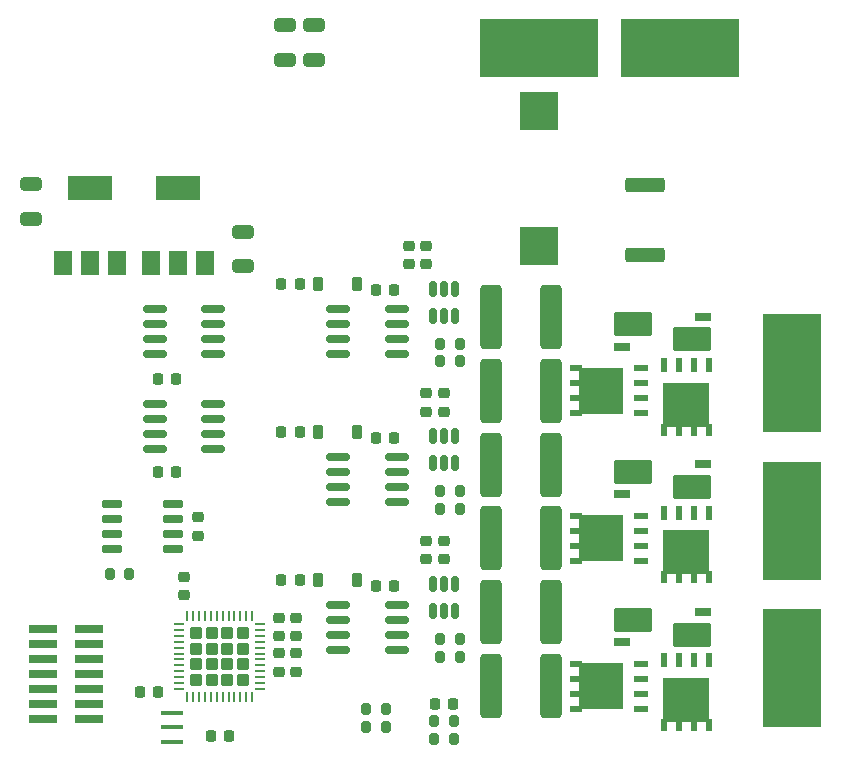
<source format=gbr>
%TF.GenerationSoftware,KiCad,Pcbnew,7.0.5-1.fc38*%
%TF.CreationDate,2023-06-18T19:22:27-04:00*%
%TF.ProjectId,radome_dish_controller,7261646f-6d65-45f6-9469-73685f636f6e,rev?*%
%TF.SameCoordinates,Original*%
%TF.FileFunction,Paste,Top*%
%TF.FilePolarity,Positive*%
%FSLAX46Y46*%
G04 Gerber Fmt 4.6, Leading zero omitted, Abs format (unit mm)*
G04 Created by KiCad (PCBNEW 7.0.5-1.fc38) date 2023-06-18 19:22:27*
%MOMM*%
%LPD*%
G01*
G04 APERTURE LIST*
G04 Aperture macros list*
%AMRoundRect*
0 Rectangle with rounded corners*
0 $1 Rounding radius*
0 $2 $3 $4 $5 $6 $7 $8 $9 X,Y pos of 4 corners*
0 Add a 4 corners polygon primitive as box body*
4,1,4,$2,$3,$4,$5,$6,$7,$8,$9,$2,$3,0*
0 Add four circle primitives for the rounded corners*
1,1,$1+$1,$2,$3*
1,1,$1+$1,$4,$5*
1,1,$1+$1,$6,$7*
1,1,$1+$1,$8,$9*
0 Add four rect primitives between the rounded corners*
20,1,$1+$1,$2,$3,$4,$5,0*
20,1,$1+$1,$4,$5,$6,$7,0*
20,1,$1+$1,$6,$7,$8,$9,0*
20,1,$1+$1,$8,$9,$2,$3,0*%
G04 Aperture macros list end*
%ADD10RoundRect,0.200000X0.200000X0.275000X-0.200000X0.275000X-0.200000X-0.275000X0.200000X-0.275000X0*%
%ADD11RoundRect,0.225000X0.250000X-0.225000X0.250000X0.225000X-0.250000X0.225000X-0.250000X-0.225000X0*%
%ADD12RoundRect,0.250000X0.285000X-0.285000X0.285000X0.285000X-0.285000X0.285000X-0.285000X-0.285000X0*%
%ADD13RoundRect,0.062500X0.062500X-0.337500X0.062500X0.337500X-0.062500X0.337500X-0.062500X-0.337500X0*%
%ADD14RoundRect,0.062500X0.337500X-0.062500X0.337500X0.062500X-0.337500X0.062500X-0.337500X-0.062500X0*%
%ADD15R,0.610000X1.270000*%
%ADD16R,3.910000X3.810000*%
%ADD17R,0.610000X1.020000*%
%ADD18RoundRect,0.150000X-0.825000X-0.150000X0.825000X-0.150000X0.825000X0.150000X-0.825000X0.150000X0*%
%ADD19RoundRect,0.200000X-0.200000X-0.275000X0.200000X-0.275000X0.200000X0.275000X-0.200000X0.275000X0*%
%ADD20RoundRect,0.225000X0.225000X0.375000X-0.225000X0.375000X-0.225000X-0.375000X0.225000X-0.375000X0*%
%ADD21R,5.000000X10.000000*%
%ADD22R,3.300000X3.175000*%
%ADD23RoundRect,0.243600X1.406400X0.771400X-1.406400X0.771400X-1.406400X-0.771400X1.406400X-0.771400X0*%
%ADD24RoundRect,0.190000X0.510000X0.190000X-0.510000X0.190000X-0.510000X-0.190000X0.510000X-0.190000X0*%
%ADD25RoundRect,0.250000X0.650000X2.450000X-0.650000X2.450000X-0.650000X-2.450000X0.650000X-2.450000X0*%
%ADD26RoundRect,0.150000X0.725000X0.150000X-0.725000X0.150000X-0.725000X-0.150000X0.725000X-0.150000X0*%
%ADD27R,1.500000X2.000000*%
%ADD28R,3.800000X2.000000*%
%ADD29RoundRect,0.225000X-0.250000X0.225000X-0.250000X-0.225000X0.250000X-0.225000X0.250000X0.225000X0*%
%ADD30RoundRect,0.225000X0.225000X0.250000X-0.225000X0.250000X-0.225000X-0.250000X0.225000X-0.250000X0*%
%ADD31RoundRect,0.225000X-0.225000X-0.250000X0.225000X-0.250000X0.225000X0.250000X-0.225000X0.250000X0*%
%ADD32R,1.270000X0.610000*%
%ADD33R,3.810000X3.910000*%
%ADD34R,1.020000X0.610000*%
%ADD35RoundRect,0.218750X0.256250X-0.218750X0.256250X0.218750X-0.256250X0.218750X-0.256250X-0.218750X0*%
%ADD36RoundRect,0.250000X-0.650000X0.325000X-0.650000X-0.325000X0.650000X-0.325000X0.650000X0.325000X0*%
%ADD37RoundRect,0.150000X0.150000X-0.512500X0.150000X0.512500X-0.150000X0.512500X-0.150000X-0.512500X0*%
%ADD38R,10.000000X5.000000*%
%ADD39RoundRect,0.250000X1.425000X-0.362500X1.425000X0.362500X-1.425000X0.362500X-1.425000X-0.362500X0*%
%ADD40R,1.900000X0.400000*%
%ADD41RoundRect,0.150000X0.825000X0.150000X-0.825000X0.150000X-0.825000X-0.150000X0.825000X-0.150000X0*%
%ADD42R,2.400000X0.740000*%
G04 APERTURE END LIST*
D10*
%TO.C,R312*%
X142325000Y-83000000D03*
X140675000Y-83000000D03*
%TD*%
D11*
%TO.C,C308*%
X140000000Y-55275000D03*
X140000000Y-53725000D03*
%TD*%
D12*
%TO.C,U201*%
X120520000Y-77980000D03*
X121840000Y-77980000D03*
X123160000Y-77980000D03*
X124480000Y-77980000D03*
X120520000Y-76660000D03*
X121840000Y-76660000D03*
X123160000Y-76660000D03*
X124480000Y-76660000D03*
X120520000Y-75340000D03*
X121840000Y-75340000D03*
X123160000Y-75340000D03*
X124480000Y-75340000D03*
X120520000Y-74020000D03*
X121840000Y-74020000D03*
X123160000Y-74020000D03*
X124480000Y-74020000D03*
D13*
X119750000Y-79450000D03*
X120250000Y-79450000D03*
X120750000Y-79450000D03*
X121250000Y-79450000D03*
X121750000Y-79450000D03*
X122250000Y-79450000D03*
X122750000Y-79450000D03*
X123250000Y-79450000D03*
X123750000Y-79450000D03*
X124250000Y-79450000D03*
X124750000Y-79450000D03*
X125250000Y-79450000D03*
D14*
X125950000Y-78750000D03*
X125950000Y-78250000D03*
X125950000Y-77750000D03*
X125950000Y-77250000D03*
X125950000Y-76750000D03*
X125950000Y-76250000D03*
X125950000Y-75750000D03*
X125950000Y-75250000D03*
X125950000Y-74750000D03*
X125950000Y-74250000D03*
X125950000Y-73750000D03*
X125950000Y-73250000D03*
D13*
X125250000Y-72550000D03*
X124750000Y-72550000D03*
X124250000Y-72550000D03*
X123750000Y-72550000D03*
X123250000Y-72550000D03*
X122750000Y-72550000D03*
X122250000Y-72550000D03*
X121750000Y-72550000D03*
X121250000Y-72550000D03*
X120750000Y-72550000D03*
X120250000Y-72550000D03*
X119750000Y-72550000D03*
D14*
X119050000Y-73250000D03*
X119050000Y-73750000D03*
X119050000Y-74250000D03*
X119050000Y-74750000D03*
X119050000Y-75250000D03*
X119050000Y-75750000D03*
X119050000Y-76250000D03*
X119050000Y-76750000D03*
X119050000Y-77250000D03*
X119050000Y-77750000D03*
X119050000Y-78250000D03*
X119050000Y-78750000D03*
%TD*%
D15*
%TO.C,Q302*%
X163905000Y-51330000D03*
X162635000Y-51330000D03*
X161365000Y-51330000D03*
X160095000Y-51330000D03*
D16*
X162000000Y-54690000D03*
D17*
X163905000Y-56795000D03*
X162635000Y-56795000D03*
X161365000Y-56795000D03*
X160095000Y-56795000D03*
%TD*%
D18*
%TO.C,U302*%
X132525000Y-59095000D03*
X132525000Y-60365000D03*
X132525000Y-61635000D03*
X132525000Y-62905000D03*
X137475000Y-62905000D03*
X137475000Y-61635000D03*
X137475000Y-60365000D03*
X137475000Y-59095000D03*
%TD*%
D19*
%TO.C,R306*%
X141175000Y-76000000D03*
X142825000Y-76000000D03*
%TD*%
D20*
%TO.C,D302*%
X134150000Y-57000000D03*
X130850000Y-57000000D03*
%TD*%
D21*
%TO.C,J101*%
X171000000Y-52000000D03*
%TD*%
D19*
%TO.C,R304*%
X141175000Y-63500000D03*
X142825000Y-63500000D03*
%TD*%
D22*
%TO.C,L101*%
X149500000Y-29785000D03*
X149500000Y-41215000D03*
%TD*%
D23*
%TO.C,R309*%
X162480000Y-74135000D03*
D24*
X163430000Y-72230000D03*
X156570000Y-74770000D03*
D23*
X157520000Y-72865000D03*
%TD*%
D25*
%TO.C,C103*%
X150550000Y-53500000D03*
X145450000Y-53500000D03*
%TD*%
D26*
%TO.C,U202*%
X118575000Y-66905000D03*
X118575000Y-65635000D03*
X118575000Y-64365000D03*
X118575000Y-63095000D03*
X113425000Y-63095000D03*
X113425000Y-64365000D03*
X113425000Y-65635000D03*
X113425000Y-66905000D03*
%TD*%
D27*
%TO.C,U105*%
X109200000Y-42650000D03*
X111500000Y-42650000D03*
D28*
X111500000Y-36350000D03*
D27*
X113800000Y-42650000D03*
%TD*%
D29*
%TO.C,C203*%
X129000000Y-75725000D03*
X129000000Y-77275000D03*
%TD*%
D21*
%TO.C,J103*%
X171000000Y-77000000D03*
%TD*%
D19*
%TO.C,R305*%
X141175000Y-74500000D03*
X142825000Y-74500000D03*
%TD*%
D20*
%TO.C,D303*%
X134150000Y-69500000D03*
X130850000Y-69500000D03*
%TD*%
D29*
%TO.C,C204*%
X129000000Y-72725000D03*
X129000000Y-74275000D03*
%TD*%
D30*
%TO.C,C310*%
X129275000Y-57000000D03*
X127725000Y-57000000D03*
%TD*%
D31*
%TO.C,C304*%
X140725000Y-80000000D03*
X142275000Y-80000000D03*
%TD*%
D10*
%TO.C,R311*%
X136562258Y-81977500D03*
X134912258Y-81977500D03*
%TD*%
D11*
%TO.C,C313*%
X141500000Y-67775000D03*
X141500000Y-66225000D03*
%TD*%
D32*
%TO.C,Q305*%
X158170000Y-80405000D03*
X158170000Y-79135000D03*
X158170000Y-77865000D03*
X158170000Y-76595000D03*
D33*
X154810000Y-78500000D03*
D34*
X152705000Y-80405000D03*
X152705000Y-79135000D03*
X152705000Y-77865000D03*
X152705000Y-76595000D03*
%TD*%
D25*
%TO.C,C106*%
X150550000Y-66000000D03*
X145450000Y-66000000D03*
%TD*%
D35*
%TO.C,FB201*%
X127500000Y-74287500D03*
X127500000Y-72712500D03*
%TD*%
D30*
%TO.C,C202*%
X117275000Y-79000000D03*
X115725000Y-79000000D03*
%TD*%
D36*
%TO.C,C107*%
X130500000Y-22525000D03*
X130500000Y-25475000D03*
%TD*%
D20*
%TO.C,D301*%
X134150000Y-44500000D03*
X130850000Y-44500000D03*
%TD*%
D32*
%TO.C,Q301*%
X158170000Y-55405000D03*
X158170000Y-54135000D03*
X158170000Y-52865000D03*
X158170000Y-51595000D03*
D33*
X154810000Y-53500000D03*
D34*
X152705000Y-55405000D03*
X152705000Y-54135000D03*
X152705000Y-52865000D03*
X152705000Y-51595000D03*
%TD*%
D37*
%TO.C,U305*%
X140550000Y-59637500D03*
X141500000Y-59637500D03*
X142450000Y-59637500D03*
X142450000Y-57362500D03*
X141500000Y-57362500D03*
X140550000Y-57362500D03*
%TD*%
D25*
%TO.C,C109*%
X150550000Y-78500000D03*
X145450000Y-78500000D03*
%TD*%
D11*
%TO.C,C309*%
X141500000Y-55275000D03*
X141500000Y-53725000D03*
%TD*%
D36*
%TO.C,C110*%
X128000000Y-22525000D03*
X128000000Y-25475000D03*
%TD*%
D38*
%TO.C,J105*%
X161500000Y-24500000D03*
%TD*%
D18*
%TO.C,U303*%
X132525000Y-71595000D03*
X132525000Y-72865000D03*
X132525000Y-74135000D03*
X132525000Y-75405000D03*
X137475000Y-75405000D03*
X137475000Y-74135000D03*
X137475000Y-72865000D03*
X137475000Y-71595000D03*
%TD*%
D19*
%TO.C,R310*%
X134912258Y-80477500D03*
X136562258Y-80477500D03*
%TD*%
%TO.C,R313*%
X140675000Y-81500000D03*
X142325000Y-81500000D03*
%TD*%
D32*
%TO.C,Q303*%
X158170000Y-67905000D03*
X158170000Y-66635000D03*
X158170000Y-65365000D03*
X158170000Y-64095000D03*
D33*
X154810000Y-66000000D03*
D34*
X152705000Y-67905000D03*
X152705000Y-66635000D03*
X152705000Y-65365000D03*
X152705000Y-64095000D03*
%TD*%
D19*
%TO.C,R303*%
X141175000Y-62000000D03*
X142825000Y-62000000D03*
%TD*%
D30*
%TO.C,C307*%
X129275000Y-44500000D03*
X127725000Y-44500000D03*
%TD*%
%TO.C,C303*%
X137275000Y-70000000D03*
X135725000Y-70000000D03*
%TD*%
D23*
%TO.C,R307*%
X162480000Y-49135000D03*
D24*
X163430000Y-47230000D03*
X156570000Y-49770000D03*
D23*
X157520000Y-47865000D03*
%TD*%
D31*
%TO.C,C113*%
X117250000Y-60405000D03*
X118800000Y-60405000D03*
%TD*%
D15*
%TO.C,Q306*%
X163905000Y-76330000D03*
X162635000Y-76330000D03*
X161365000Y-76330000D03*
X160095000Y-76330000D03*
D16*
X162000000Y-79690000D03*
D17*
X163905000Y-81795000D03*
X162635000Y-81795000D03*
X161365000Y-81795000D03*
X160095000Y-81795000D03*
%TD*%
D39*
%TO.C,R101*%
X158500000Y-41962500D03*
X158500000Y-36037500D03*
%TD*%
D18*
%TO.C,U301*%
X132525000Y-46595000D03*
X132525000Y-47865000D03*
X132525000Y-49135000D03*
X132525000Y-50405000D03*
X137475000Y-50405000D03*
X137475000Y-49135000D03*
X137475000Y-47865000D03*
X137475000Y-46595000D03*
%TD*%
D38*
%TO.C,J104*%
X149500000Y-24500000D03*
%TD*%
D29*
%TO.C,C206*%
X120700000Y-64225000D03*
X120700000Y-65775000D03*
%TD*%
D11*
%TO.C,C305*%
X138500000Y-42775000D03*
X138500000Y-41225000D03*
%TD*%
D21*
%TO.C,J102*%
X171000000Y-64500000D03*
%TD*%
D19*
%TO.C,R204*%
X113175000Y-69000000D03*
X114825000Y-69000000D03*
%TD*%
D36*
%TO.C,C112*%
X106500000Y-36025000D03*
X106500000Y-38975000D03*
%TD*%
D30*
%TO.C,C311*%
X129275000Y-69500000D03*
X127725000Y-69500000D03*
%TD*%
D40*
%TO.C,Y201*%
X118500000Y-83200000D03*
X118500000Y-82000000D03*
X118500000Y-80800000D03*
%TD*%
D36*
%TO.C,C111*%
X124500000Y-40025000D03*
X124500000Y-42975000D03*
%TD*%
D41*
%TO.C,U103*%
X121975000Y-50405000D03*
X121975000Y-49135000D03*
X121975000Y-47865000D03*
X121975000Y-46595000D03*
X117025000Y-46595000D03*
X117025000Y-47865000D03*
X117025000Y-49135000D03*
X117025000Y-50405000D03*
%TD*%
D15*
%TO.C,Q304*%
X163905000Y-63830000D03*
X162635000Y-63830000D03*
X161365000Y-63830000D03*
X160095000Y-63830000D03*
D16*
X162000000Y-67190000D03*
D17*
X163905000Y-69295000D03*
X162635000Y-69295000D03*
X161365000Y-69295000D03*
X160095000Y-69295000D03*
%TD*%
D31*
%TO.C,C114*%
X117250000Y-52500000D03*
X118800000Y-52500000D03*
%TD*%
D11*
%TO.C,C312*%
X140000000Y-67775000D03*
X140000000Y-66225000D03*
%TD*%
D25*
%TO.C,C108*%
X150550000Y-72250000D03*
X145450000Y-72250000D03*
%TD*%
D41*
%TO.C,U102*%
X121975000Y-58405000D03*
X121975000Y-57135000D03*
X121975000Y-55865000D03*
X121975000Y-54595000D03*
X117025000Y-54595000D03*
X117025000Y-55865000D03*
X117025000Y-57135000D03*
X117025000Y-58405000D03*
%TD*%
D31*
%TO.C,C205*%
X121725000Y-82725000D03*
X123275000Y-82725000D03*
%TD*%
D27*
%TO.C,U104*%
X116700000Y-42650000D03*
X119000000Y-42650000D03*
D28*
X119000000Y-36350000D03*
D27*
X121300000Y-42650000D03*
%TD*%
D29*
%TO.C,ANACAP201*%
X127500000Y-75725000D03*
X127500000Y-77275000D03*
%TD*%
D19*
%TO.C,R302*%
X141175000Y-51000000D03*
X142825000Y-51000000D03*
%TD*%
D30*
%TO.C,C302*%
X137275000Y-57500000D03*
X135725000Y-57500000D03*
%TD*%
D42*
%TO.C,J201*%
X107550000Y-73690000D03*
X111450000Y-73690000D03*
X107550000Y-74960000D03*
X111450000Y-74960000D03*
X107550000Y-76230000D03*
X111450000Y-76230000D03*
X107550000Y-77500000D03*
X111450000Y-77500000D03*
X107550000Y-78770000D03*
X111450000Y-78770000D03*
X107550000Y-80040000D03*
X111450000Y-80040000D03*
X107550000Y-81310000D03*
X111450000Y-81310000D03*
%TD*%
D37*
%TO.C,U304*%
X140550000Y-47137500D03*
X141500000Y-47137500D03*
X142450000Y-47137500D03*
X142450000Y-44862500D03*
X141500000Y-44862500D03*
X140550000Y-44862500D03*
%TD*%
D30*
%TO.C,C301*%
X137275000Y-45000000D03*
X135725000Y-45000000D03*
%TD*%
D37*
%TO.C,U306*%
X140550000Y-72137500D03*
X141500000Y-72137500D03*
X142450000Y-72137500D03*
X142450000Y-69862500D03*
X141500000Y-69862500D03*
X140550000Y-69862500D03*
%TD*%
D19*
%TO.C,R301*%
X141175000Y-49500000D03*
X142825000Y-49500000D03*
%TD*%
D25*
%TO.C,C105*%
X150550000Y-59750000D03*
X145450000Y-59750000D03*
%TD*%
D11*
%TO.C,C306*%
X140000000Y-42785000D03*
X140000000Y-41235000D03*
%TD*%
D25*
%TO.C,C102*%
X150550000Y-47250000D03*
X145450000Y-47250000D03*
%TD*%
D11*
%TO.C,C201*%
X119500000Y-70775000D03*
X119500000Y-69225000D03*
%TD*%
D23*
%TO.C,R308*%
X162480000Y-61635000D03*
D24*
X163430000Y-59730000D03*
X156570000Y-62270000D03*
D23*
X157520000Y-60365000D03*
%TD*%
M02*

</source>
